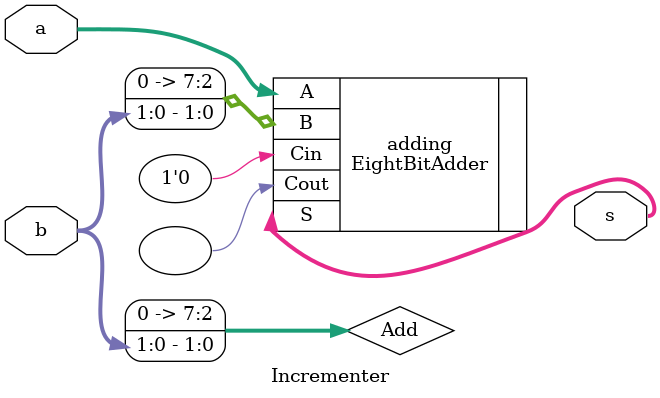
<source format=v>
`timescale 1ns / 1ps


module Incrementer(
        input [7:0] a,
        input [1:0] b,
        output [7:0] s
    );
    
wire [7:0] Add;
    assign Add = {6'b000000,b[1:0]}; 
       
EightBitAdder adding (.Cin(1'b0),.A(a),.B(Add),.S(s),.Cout());
    
endmodule

</source>
